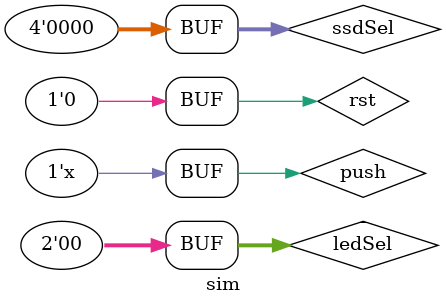
<source format=v>
`timescale 1ns / 1ps


module sim;
reg clk, push, rst;
reg [1:0] ledSel;
reg [3:0] ssdSel;
wire [15:0] led;
wire [3:0] AN;
wire [6:0] seg;

Processor proc(clk, rst, ledSel, ssdSel, push, led, AN, seg);
always #10 push = ~push;
initial begin
rst = 1;
push = 0;

ledSel = 0;
ssdSel = 0;

#10 
rst = 0;


end

endmodule

</source>
